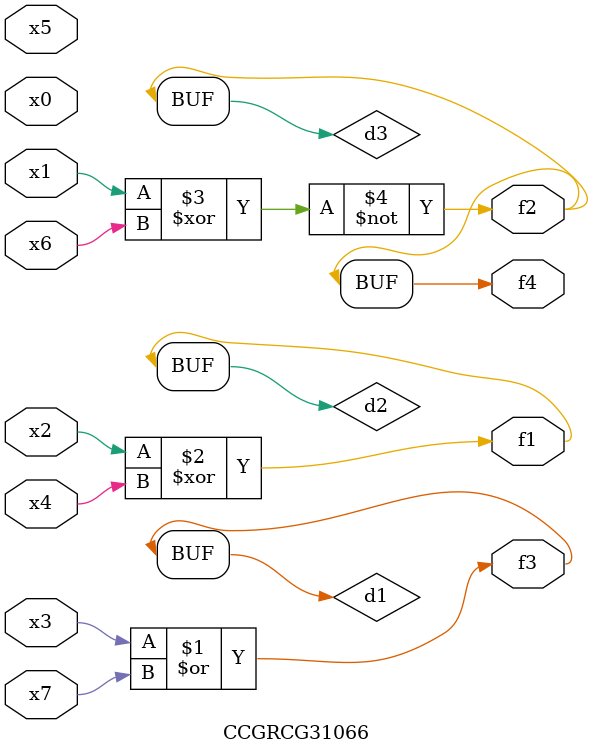
<source format=v>
module CCGRCG31066(
	input x0, x1, x2, x3, x4, x5, x6, x7,
	output f1, f2, f3, f4
);

	wire d1, d2, d3;

	or (d1, x3, x7);
	xor (d2, x2, x4);
	xnor (d3, x1, x6);
	assign f1 = d2;
	assign f2 = d3;
	assign f3 = d1;
	assign f4 = d3;
endmodule

</source>
